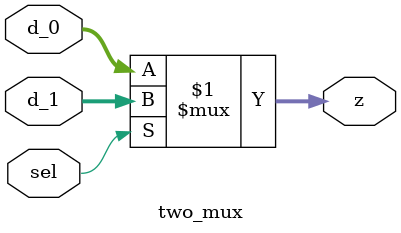
<source format=sv>
module two_mux
    (
        input logic [31:0] d_0, d_1,
        input logic sel,
        output logic [31:0] z
    );

    assign z = sel ? d_1 : d_0;

endmodule
</source>
